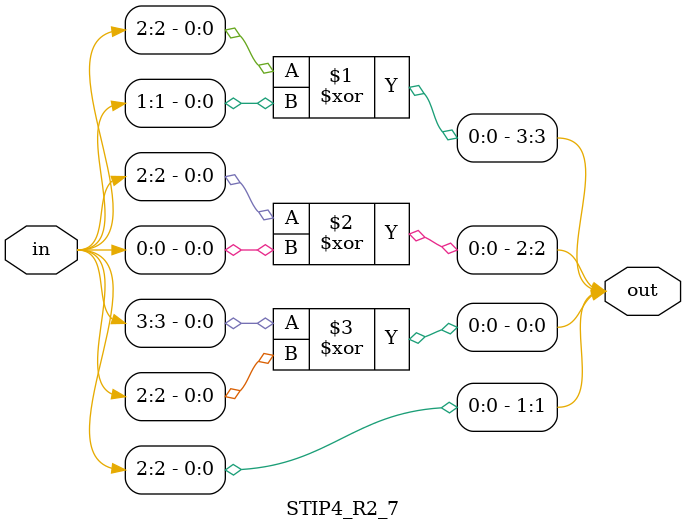
<source format=v>
module  STIP4_R2_7(in,out);
input[3:0] in;
output[3:0] out;
wire[3:0] out;
assign out[3]=in[2]^in[1];
assign out[2]=in[2]^in[0];
assign out[1]=in[2];
assign out[0]=in[3]^in[2];
endmodule

</source>
